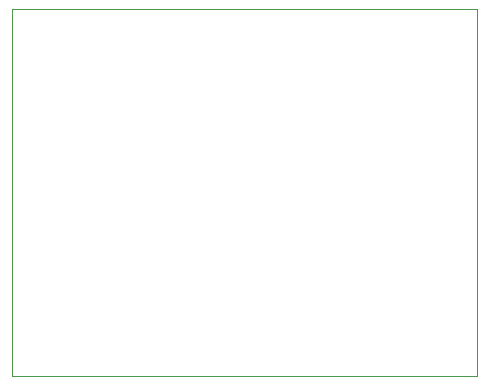
<source format=gbr>
G04 #@! TF.GenerationSoftware,KiCad,Pcbnew,(5.1.5)-3*
G04 #@! TF.CreationDate,2020-03-14T15:22:24+01:00*
G04 #@! TF.ProjectId,SesnorBoard,5365736e-6f72-4426-9f61-72642e6b6963,rev?*
G04 #@! TF.SameCoordinates,Original*
G04 #@! TF.FileFunction,Profile,NP*
%FSLAX46Y46*%
G04 Gerber Fmt 4.6, Leading zero omitted, Abs format (unit mm)*
G04 Created by KiCad (PCBNEW (5.1.5)-3) date 2020-03-14 15:22:24*
%MOMM*%
%LPD*%
G04 APERTURE LIST*
%ADD10C,0.050000*%
G04 APERTURE END LIST*
D10*
X82550000Y313055000D02*
X43180000Y313055000D01*
X82550000Y281940000D02*
X82550000Y313055000D01*
X43180000Y281940000D02*
X82550000Y281940000D01*
X43180000Y283210000D02*
X43180000Y281940000D01*
X43180000Y283210000D02*
X43180000Y313055000D01*
M02*

</source>
